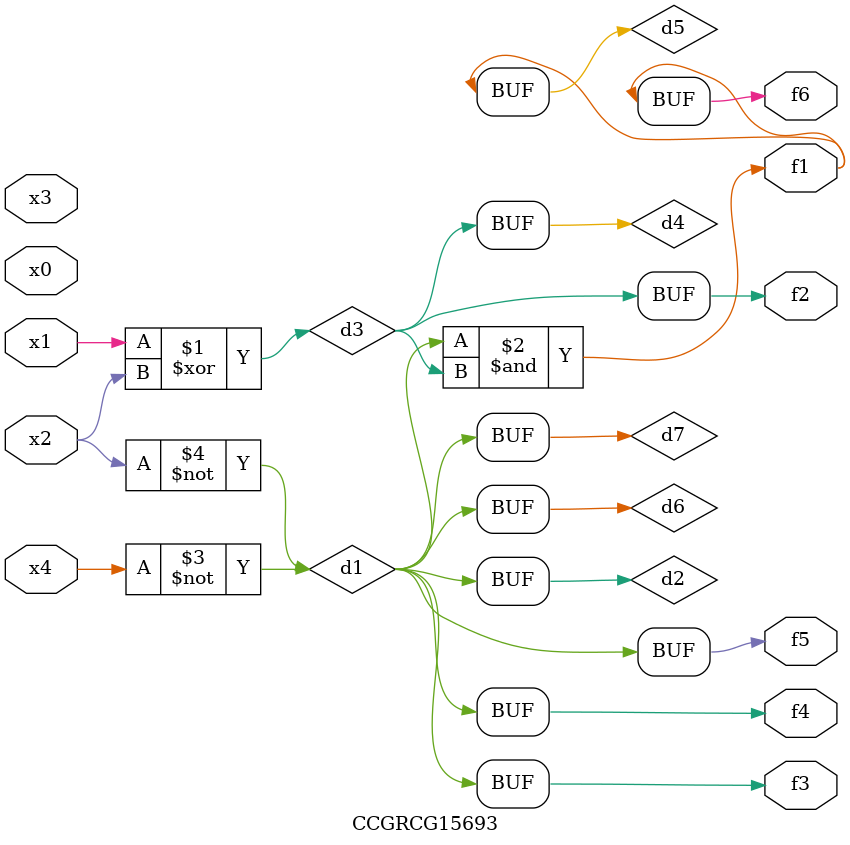
<source format=v>
module CCGRCG15693(
	input x0, x1, x2, x3, x4,
	output f1, f2, f3, f4, f5, f6
);

	wire d1, d2, d3, d4, d5, d6, d7;

	not (d1, x4);
	not (d2, x2);
	xor (d3, x1, x2);
	buf (d4, d3);
	and (d5, d1, d3);
	buf (d6, d1, d2);
	buf (d7, d2);
	assign f1 = d5;
	assign f2 = d4;
	assign f3 = d7;
	assign f4 = d7;
	assign f5 = d7;
	assign f6 = d5;
endmodule

</source>
